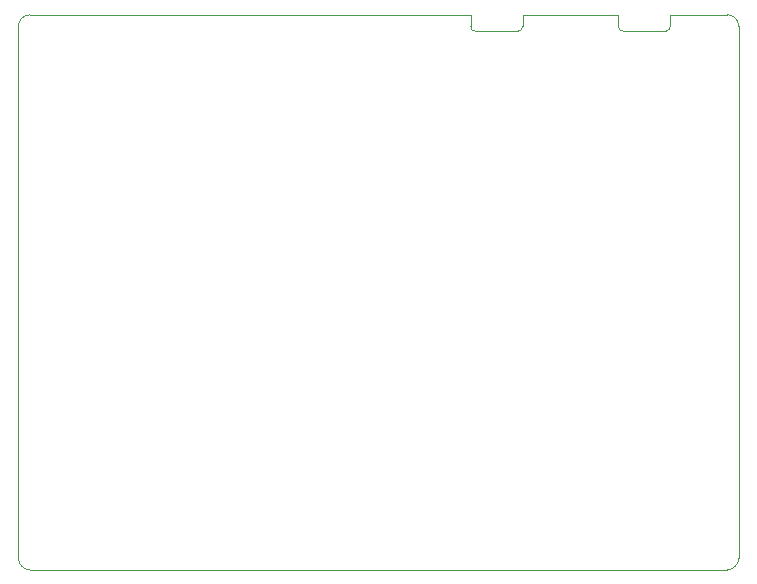
<source format=gbr>
%TF.GenerationSoftware,KiCad,Pcbnew,9.0.0*%
%TF.CreationDate,2025-05-14T01:56:31-07:00*%
%TF.ProjectId,ece223_project,65636532-3233-45f7-9072-6f6a6563742e,rev?*%
%TF.SameCoordinates,Original*%
%TF.FileFunction,Profile,NP*%
%FSLAX46Y46*%
G04 Gerber Fmt 4.6, Leading zero omitted, Abs format (unit mm)*
G04 Created by KiCad (PCBNEW 9.0.0) date 2025-05-14 01:56:31*
%MOMM*%
%LPD*%
G01*
G04 APERTURE LIST*
%TA.AperFunction,Profile*%
%ADD10C,0.050000*%
%TD*%
%TA.AperFunction,Profile*%
%ADD11C,0.120000*%
%TD*%
G04 APERTURE END LIST*
D10*
X25000000Y-69500000D02*
X25000000Y-24500000D01*
X86000000Y-24500000D02*
X86000000Y-69500000D01*
X86000000Y-69500000D02*
G75*
G02*
X85000000Y-70500000I-1000000J0D01*
G01*
X85000000Y-23500000D02*
G75*
G02*
X86000000Y-24500000I0J-1000000D01*
G01*
X85000000Y-70500000D02*
X26000000Y-70500000D01*
X26000000Y-70500000D02*
G75*
G02*
X25000000Y-69500000I0J1000000D01*
G01*
X25000000Y-24500000D02*
G75*
G02*
X26000000Y-23500000I1000000J0D01*
G01*
X85000000Y-23500000D02*
X84250000Y-23500000D01*
X59250000Y-23500000D02*
X26000000Y-23500000D01*
D11*
%TO.C,J2*%
X63300000Y-23500000D02*
X59250000Y-23500000D01*
X63300000Y-24500000D02*
X63300000Y-23500000D01*
X63700000Y-24900000D02*
X67300000Y-24900000D01*
X67700000Y-23500000D02*
X71750000Y-23500000D01*
X67700000Y-24500000D02*
X67700000Y-23500000D01*
X63700000Y-24900000D02*
G75*
G02*
X63300000Y-24500000I0J400000D01*
G01*
X67700000Y-24500000D02*
G75*
G02*
X67300000Y-24900000I-400001J1D01*
G01*
%TO.C,J3*%
X75800000Y-23500000D02*
X71750000Y-23500000D01*
X75800000Y-24500000D02*
X75800000Y-23500000D01*
X76200000Y-24900000D02*
X79800000Y-24900000D01*
X80200000Y-23500000D02*
X84250000Y-23500000D01*
X80200000Y-24500000D02*
X80200000Y-23500000D01*
X76200000Y-24900000D02*
G75*
G02*
X75800000Y-24500000I0J400000D01*
G01*
X80200000Y-24500000D02*
G75*
G02*
X79800000Y-24900000I-400001J1D01*
G01*
%TD*%
M02*

</source>
